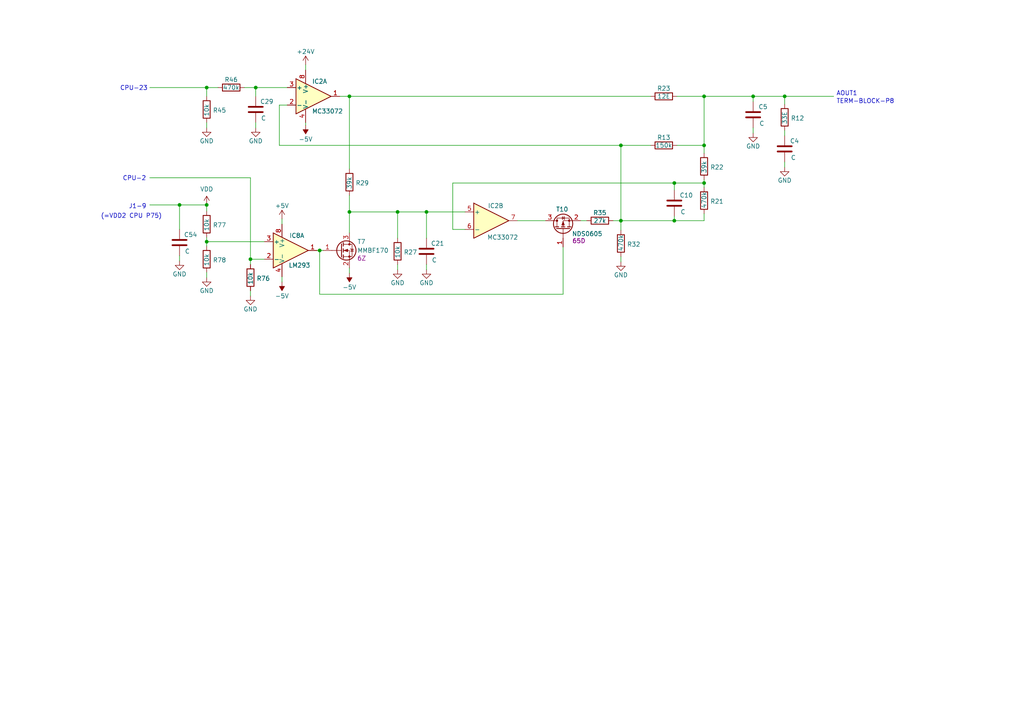
<source format=kicad_sch>
(kicad_sch (version 20211123) (generator eeschema)

  (uuid 2f6365b8-94e5-42be-be28-faffb63f5006)

  (paper "A4")

  (title_block
    (title "ODP2 CONTROL")
    (date "2024-12-01")
    (rev "ISSUE 9")
    (company "Reverse engineered, design copyright Invertek Drives.com")
    (comment 1 "Analog outputs AOUT1 / AOUT2.")
  )

  (lib_symbols
    (symbol "Amplifier_Operational:MC33078" (pin_names (offset 0.127)) (in_bom yes) (on_board yes)
      (property "Reference" "U" (id 0) (at 0 5.08 0)
        (effects (font (size 1.27 1.27)) (justify left))
      )
      (property "Value" "MC33078" (id 1) (at 0 -5.08 0)
        (effects (font (size 1.27 1.27)) (justify left))
      )
      (property "Footprint" "" (id 2) (at 0 0 0)
        (effects (font (size 1.27 1.27)) hide)
      )
      (property "Datasheet" "https://www.onsemi.com/pub/Collateral/MC33078-D.PDF" (id 3) (at 0 0 0)
        (effects (font (size 1.27 1.27)) hide)
      )
      (property "ki_locked" "" (id 4) (at 0 0 0)
        (effects (font (size 1.27 1.27)))
      )
      (property "ki_keywords" "dual opamp" (id 5) (at 0 0 0)
        (effects (font (size 1.27 1.27)) hide)
      )
      (property "ki_description" "Low Noise, Dual Operational Amplifiers, DIP-8/SOIC-8/SSOP-8" (id 6) (at 0 0 0)
        (effects (font (size 1.27 1.27)) hide)
      )
      (property "ki_fp_filters" "SOIC*3.9x4.9mm*P1.27mm* DIP*W7.62mm* TO*99* OnSemi*Micro8* TSSOP*3x3mm*P0.65mm* TSSOP*4.4x3mm*P0.65mm* MSOP*3x3mm*P0.65mm* SSOP*3.9x4.9mm*P0.635mm* LFCSP*2x2mm*P0.5mm* *SIP* SOIC*5.3x6.2mm*P1.27mm*" (id 7) (at 0 0 0)
        (effects (font (size 1.27 1.27)) hide)
      )
      (symbol "MC33078_1_1"
        (polyline
          (pts
            (xy -5.08 5.08)
            (xy 5.08 0)
            (xy -5.08 -5.08)
            (xy -5.08 5.08)
          )
          (stroke (width 0.254) (type default) (color 0 0 0 0))
          (fill (type background))
        )
        (pin output line (at 7.62 0 180) (length 2.54)
          (name "~" (effects (font (size 1.27 1.27))))
          (number "1" (effects (font (size 1.27 1.27))))
        )
        (pin input line (at -7.62 -2.54 0) (length 2.54)
          (name "-" (effects (font (size 1.27 1.27))))
          (number "2" (effects (font (size 1.27 1.27))))
        )
        (pin input line (at -7.62 2.54 0) (length 2.54)
          (name "+" (effects (font (size 1.27 1.27))))
          (number "3" (effects (font (size 1.27 1.27))))
        )
      )
      (symbol "MC33078_2_1"
        (polyline
          (pts
            (xy -5.08 5.08)
            (xy 5.08 0)
            (xy -5.08 -5.08)
            (xy -5.08 5.08)
          )
          (stroke (width 0.254) (type default) (color 0 0 0 0))
          (fill (type background))
        )
        (pin input line (at -7.62 2.54 0) (length 2.54)
          (name "+" (effects (font (size 1.27 1.27))))
          (number "5" (effects (font (size 1.27 1.27))))
        )
        (pin input line (at -7.62 -2.54 0) (length 2.54)
          (name "-" (effects (font (size 1.27 1.27))))
          (number "6" (effects (font (size 1.27 1.27))))
        )
        (pin output line (at 7.62 0 180) (length 2.54)
          (name "~" (effects (font (size 1.27 1.27))))
          (number "7" (effects (font (size 1.27 1.27))))
        )
      )
      (symbol "MC33078_3_1"
        (pin power_in line (at -2.54 -7.62 90) (length 3.81)
          (name "V-" (effects (font (size 1.27 1.27))))
          (number "4" (effects (font (size 1.27 1.27))))
        )
        (pin power_in line (at -2.54 7.62 270) (length 3.81)
          (name "V+" (effects (font (size 1.27 1.27))))
          (number "8" (effects (font (size 1.27 1.27))))
        )
      )
    )
    (symbol "Device:C" (pin_numbers hide) (pin_names (offset 0.254)) (in_bom yes) (on_board yes)
      (property "Reference" "C" (id 0) (at 0.635 2.54 0)
        (effects (font (size 1.27 1.27)) (justify left))
      )
      (property "Value" "C" (id 1) (at 0.635 -2.54 0)
        (effects (font (size 1.27 1.27)) (justify left))
      )
      (property "Footprint" "" (id 2) (at 0.9652 -3.81 0)
        (effects (font (size 1.27 1.27)) hide)
      )
      (property "Datasheet" "~" (id 3) (at 0 0 0)
        (effects (font (size 1.27 1.27)) hide)
      )
      (property "ki_keywords" "cap capacitor" (id 4) (at 0 0 0)
        (effects (font (size 1.27 1.27)) hide)
      )
      (property "ki_description" "Unpolarized capacitor" (id 5) (at 0 0 0)
        (effects (font (size 1.27 1.27)) hide)
      )
      (property "ki_fp_filters" "C_*" (id 6) (at 0 0 0)
        (effects (font (size 1.27 1.27)) hide)
      )
      (symbol "C_0_1"
        (polyline
          (pts
            (xy -2.032 -0.762)
            (xy 2.032 -0.762)
          )
          (stroke (width 0.508) (type default) (color 0 0 0 0))
          (fill (type none))
        )
        (polyline
          (pts
            (xy -2.032 0.762)
            (xy 2.032 0.762)
          )
          (stroke (width 0.508) (type default) (color 0 0 0 0))
          (fill (type none))
        )
      )
      (symbol "C_1_1"
        (pin passive line (at 0 3.81 270) (length 2.794)
          (name "~" (effects (font (size 1.27 1.27))))
          (number "1" (effects (font (size 1.27 1.27))))
        )
        (pin passive line (at 0 -3.81 90) (length 2.794)
          (name "~" (effects (font (size 1.27 1.27))))
          (number "2" (effects (font (size 1.27 1.27))))
        )
      )
    )
    (symbol "Device:Q_PMOS_GSD" (pin_names (offset 0) hide) (in_bom yes) (on_board yes)
      (property "Reference" "Q" (id 0) (at 5.08 1.27 0)
        (effects (font (size 1.27 1.27)) (justify left))
      )
      (property "Value" "Q_PMOS_GSD" (id 1) (at 5.08 -1.27 0)
        (effects (font (size 1.27 1.27)) (justify left))
      )
      (property "Footprint" "" (id 2) (at 5.08 2.54 0)
        (effects (font (size 1.27 1.27)) hide)
      )
      (property "Datasheet" "~" (id 3) (at 0 0 0)
        (effects (font (size 1.27 1.27)) hide)
      )
      (property "ki_keywords" "transistor PMOS P-MOS P-MOSFET" (id 4) (at 0 0 0)
        (effects (font (size 1.27 1.27)) hide)
      )
      (property "ki_description" "P-MOSFET transistor, gate/source/drain" (id 5) (at 0 0 0)
        (effects (font (size 1.27 1.27)) hide)
      )
      (symbol "Q_PMOS_GSD_0_1"
        (polyline
          (pts
            (xy 0.254 0)
            (xy -2.54 0)
          )
          (stroke (width 0) (type default) (color 0 0 0 0))
          (fill (type none))
        )
        (polyline
          (pts
            (xy 0.254 1.905)
            (xy 0.254 -1.905)
          )
          (stroke (width 0.254) (type default) (color 0 0 0 0))
          (fill (type none))
        )
        (polyline
          (pts
            (xy 0.762 -1.27)
            (xy 0.762 -2.286)
          )
          (stroke (width 0.254) (type default) (color 0 0 0 0))
          (fill (type none))
        )
        (polyline
          (pts
            (xy 0.762 0.508)
            (xy 0.762 -0.508)
          )
          (stroke (width 0.254) (type default) (color 0 0 0 0))
          (fill (type none))
        )
        (polyline
          (pts
            (xy 0.762 2.286)
            (xy 0.762 1.27)
          )
          (stroke (width 0.254) (type default) (color 0 0 0 0))
          (fill (type none))
        )
        (polyline
          (pts
            (xy 2.54 2.54)
            (xy 2.54 1.778)
          )
          (stroke (width 0) (type default) (color 0 0 0 0))
          (fill (type none))
        )
        (polyline
          (pts
            (xy 2.54 -2.54)
            (xy 2.54 0)
            (xy 0.762 0)
          )
          (stroke (width 0) (type default) (color 0 0 0 0))
          (fill (type none))
        )
        (polyline
          (pts
            (xy 0.762 1.778)
            (xy 3.302 1.778)
            (xy 3.302 -1.778)
            (xy 0.762 -1.778)
          )
          (stroke (width 0) (type default) (color 0 0 0 0))
          (fill (type none))
        )
        (polyline
          (pts
            (xy 2.286 0)
            (xy 1.27 0.381)
            (xy 1.27 -0.381)
            (xy 2.286 0)
          )
          (stroke (width 0) (type default) (color 0 0 0 0))
          (fill (type outline))
        )
        (polyline
          (pts
            (xy 2.794 -0.508)
            (xy 2.921 -0.381)
            (xy 3.683 -0.381)
            (xy 3.81 -0.254)
          )
          (stroke (width 0) (type default) (color 0 0 0 0))
          (fill (type none))
        )
        (polyline
          (pts
            (xy 3.302 -0.381)
            (xy 2.921 0.254)
            (xy 3.683 0.254)
            (xy 3.302 -0.381)
          )
          (stroke (width 0) (type default) (color 0 0 0 0))
          (fill (type none))
        )
        (circle (center 1.651 0) (radius 2.794)
          (stroke (width 0.254) (type default) (color 0 0 0 0))
          (fill (type none))
        )
        (circle (center 2.54 -1.778) (radius 0.254)
          (stroke (width 0) (type default) (color 0 0 0 0))
          (fill (type outline))
        )
        (circle (center 2.54 1.778) (radius 0.254)
          (stroke (width 0) (type default) (color 0 0 0 0))
          (fill (type outline))
        )
      )
      (symbol "Q_PMOS_GSD_1_1"
        (pin input line (at -5.08 0 0) (length 2.54)
          (name "G" (effects (font (size 1.27 1.27))))
          (number "1" (effects (font (size 1.27 1.27))))
        )
        (pin passive line (at 2.54 -5.08 90) (length 2.54)
          (name "S" (effects (font (size 1.27 1.27))))
          (number "2" (effects (font (size 1.27 1.27))))
        )
        (pin passive line (at 2.54 5.08 270) (length 2.54)
          (name "D" (effects (font (size 1.27 1.27))))
          (number "3" (effects (font (size 1.27 1.27))))
        )
      )
    )
    (symbol "Device:R" (pin_numbers hide) (pin_names (offset 0)) (in_bom yes) (on_board yes)
      (property "Reference" "R" (id 0) (at 2.032 0 90)
        (effects (font (size 1.27 1.27)))
      )
      (property "Value" "R" (id 1) (at 0 0 90)
        (effects (font (size 1.27 1.27)))
      )
      (property "Footprint" "" (id 2) (at -1.778 0 90)
        (effects (font (size 1.27 1.27)) hide)
      )
      (property "Datasheet" "~" (id 3) (at 0 0 0)
        (effects (font (size 1.27 1.27)) hide)
      )
      (property "ki_keywords" "R res resistor" (id 4) (at 0 0 0)
        (effects (font (size 1.27 1.27)) hide)
      )
      (property "ki_description" "Resistor" (id 5) (at 0 0 0)
        (effects (font (size 1.27 1.27)) hide)
      )
      (property "ki_fp_filters" "R_*" (id 6) (at 0 0 0)
        (effects (font (size 1.27 1.27)) hide)
      )
      (symbol "R_0_1"
        (rectangle (start -1.016 -2.54) (end 1.016 2.54)
          (stroke (width 0.254) (type default) (color 0 0 0 0))
          (fill (type none))
        )
      )
      (symbol "R_1_1"
        (pin passive line (at 0 3.81 270) (length 1.27)
          (name "~" (effects (font (size 1.27 1.27))))
          (number "1" (effects (font (size 1.27 1.27))))
        )
        (pin passive line (at 0 -3.81 90) (length 1.27)
          (name "~" (effects (font (size 1.27 1.27))))
          (number "2" (effects (font (size 1.27 1.27))))
        )
      )
    )
    (symbol "Transistor_FET:MMBF170" (pin_names hide) (in_bom yes) (on_board yes)
      (property "Reference" "Q" (id 0) (at 5.08 1.905 0)
        (effects (font (size 1.27 1.27)) (justify left))
      )
      (property "Value" "MMBF170" (id 1) (at 5.08 0 0)
        (effects (font (size 1.27 1.27)) (justify left))
      )
      (property "Footprint" "Package_TO_SOT_SMD:SOT-23" (id 2) (at 5.08 -1.905 0)
        (effects (font (size 1.27 1.27) italic) (justify left) hide)
      )
      (property "Datasheet" "https://www.diodes.com/assets/Datasheets/ds30104.pdf" (id 3) (at 0 0 0)
        (effects (font (size 1.27 1.27)) (justify left) hide)
      )
      (property "ki_keywords" "N-Channel MOSFET" (id 4) (at 0 0 0)
        (effects (font (size 1.27 1.27)) hide)
      )
      (property "ki_description" "0.5A Id, 60V Vds, N-Channel MOSFET, SOT-23" (id 5) (at 0 0 0)
        (effects (font (size 1.27 1.27)) hide)
      )
      (property "ki_fp_filters" "SOT?23*" (id 6) (at 0 0 0)
        (effects (font (size 1.27 1.27)) hide)
      )
      (symbol "MMBF170_0_1"
        (polyline
          (pts
            (xy 0.254 0)
            (xy -2.54 0)
          )
          (stroke (width 0) (type default) (color 0 0 0 0))
          (fill (type none))
        )
        (polyline
          (pts
            (xy 0.254 1.905)
            (xy 0.254 -1.905)
          )
          (stroke (width 0.254) (type default) (color 0 0 0 0))
          (fill (type none))
        )
        (polyline
          (pts
            (xy 0.762 -1.27)
            (xy 0.762 -2.286)
          )
          (stroke (width 0.254) (type default) (color 0 0 0 0))
          (fill (type none))
        )
        (polyline
          (pts
            (xy 0.762 0.508)
            (xy 0.762 -0.508)
          )
          (stroke (width 0.254) (type default) (color 0 0 0 0))
          (fill (type none))
        )
        (polyline
          (pts
            (xy 0.762 2.286)
            (xy 0.762 1.27)
          )
          (stroke (width 0.254) (type default) (color 0 0 0 0))
          (fill (type none))
        )
        (polyline
          (pts
            (xy 2.54 2.54)
            (xy 2.54 1.778)
          )
          (stroke (width 0) (type default) (color 0 0 0 0))
          (fill (type none))
        )
        (polyline
          (pts
            (xy 2.54 -2.54)
            (xy 2.54 0)
            (xy 0.762 0)
          )
          (stroke (width 0) (type default) (color 0 0 0 0))
          (fill (type none))
        )
        (polyline
          (pts
            (xy 0.762 -1.778)
            (xy 3.302 -1.778)
            (xy 3.302 1.778)
            (xy 0.762 1.778)
          )
          (stroke (width 0) (type default) (color 0 0 0 0))
          (fill (type none))
        )
        (polyline
          (pts
            (xy 1.016 0)
            (xy 2.032 0.381)
            (xy 2.032 -0.381)
            (xy 1.016 0)
          )
          (stroke (width 0) (type default) (color 0 0 0 0))
          (fill (type outline))
        )
        (polyline
          (pts
            (xy 2.794 0.508)
            (xy 2.921 0.381)
            (xy 3.683 0.381)
            (xy 3.81 0.254)
          )
          (stroke (width 0) (type default) (color 0 0 0 0))
          (fill (type none))
        )
        (polyline
          (pts
            (xy 3.302 0.381)
            (xy 2.921 -0.254)
            (xy 3.683 -0.254)
            (xy 3.302 0.381)
          )
          (stroke (width 0) (type default) (color 0 0 0 0))
          (fill (type none))
        )
        (circle (center 1.651 0) (radius 2.794)
          (stroke (width 0.254) (type default) (color 0 0 0 0))
          (fill (type none))
        )
        (circle (center 2.54 -1.778) (radius 0.254)
          (stroke (width 0) (type default) (color 0 0 0 0))
          (fill (type outline))
        )
        (circle (center 2.54 1.778) (radius 0.254)
          (stroke (width 0) (type default) (color 0 0 0 0))
          (fill (type outline))
        )
      )
      (symbol "MMBF170_1_1"
        (pin input line (at -5.08 0 0) (length 2.54)
          (name "G" (effects (font (size 1.27 1.27))))
          (number "1" (effects (font (size 1.27 1.27))))
        )
        (pin passive line (at 2.54 -5.08 90) (length 2.54)
          (name "S" (effects (font (size 1.27 1.27))))
          (number "2" (effects (font (size 1.27 1.27))))
        )
        (pin passive line (at 2.54 5.08 270) (length 2.54)
          (name "D" (effects (font (size 1.27 1.27))))
          (number "3" (effects (font (size 1.27 1.27))))
        )
      )
    )
    (symbol "power:+24V" (power) (pin_names (offset 0)) (in_bom yes) (on_board yes)
      (property "Reference" "#PWR" (id 0) (at 0 -3.81 0)
        (effects (font (size 1.27 1.27)) hide)
      )
      (property "Value" "+24V" (id 1) (at 0 3.556 0)
        (effects (font (size 1.27 1.27)))
      )
      (property "Footprint" "" (id 2) (at 0 0 0)
        (effects (font (size 1.27 1.27)) hide)
      )
      (property "Datasheet" "" (id 3) (at 0 0 0)
        (effects (font (size 1.27 1.27)) hide)
      )
      (property "ki_keywords" "global power" (id 4) (at 0 0 0)
        (effects (font (size 1.27 1.27)) hide)
      )
      (property "ki_description" "Power symbol creates a global label with name \"+24V\"" (id 5) (at 0 0 0)
        (effects (font (size 1.27 1.27)) hide)
      )
      (symbol "+24V_0_1"
        (polyline
          (pts
            (xy -0.762 1.27)
            (xy 0 2.54)
          )
          (stroke (width 0) (type default) (color 0 0 0 0))
          (fill (type none))
        )
        (polyline
          (pts
            (xy 0 0)
            (xy 0 2.54)
          )
          (stroke (width 0) (type default) (color 0 0 0 0))
          (fill (type none))
        )
        (polyline
          (pts
            (xy 0 2.54)
            (xy 0.762 1.27)
          )
          (stroke (width 0) (type default) (color 0 0 0 0))
          (fill (type none))
        )
      )
      (symbol "+24V_1_1"
        (pin power_in line (at 0 0 90) (length 0) hide
          (name "+24V" (effects (font (size 1.27 1.27))))
          (number "1" (effects (font (size 1.27 1.27))))
        )
      )
    )
    (symbol "power:+5V" (power) (pin_names (offset 0)) (in_bom yes) (on_board yes)
      (property "Reference" "#PWR" (id 0) (at 0 -3.81 0)
        (effects (font (size 1.27 1.27)) hide)
      )
      (property "Value" "+5V" (id 1) (at 0 3.556 0)
        (effects (font (size 1.27 1.27)))
      )
      (property "Footprint" "" (id 2) (at 0 0 0)
        (effects (font (size 1.27 1.27)) hide)
      )
      (property "Datasheet" "" (id 3) (at 0 0 0)
        (effects (font (size 1.27 1.27)) hide)
      )
      (property "ki_keywords" "global power" (id 4) (at 0 0 0)
        (effects (font (size 1.27 1.27)) hide)
      )
      (property "ki_description" "Power symbol creates a global label with name \"+5V\"" (id 5) (at 0 0 0)
        (effects (font (size 1.27 1.27)) hide)
      )
      (symbol "+5V_0_1"
        (polyline
          (pts
            (xy -0.762 1.27)
            (xy 0 2.54)
          )
          (stroke (width 0) (type default) (color 0 0 0 0))
          (fill (type none))
        )
        (polyline
          (pts
            (xy 0 0)
            (xy 0 2.54)
          )
          (stroke (width 0) (type default) (color 0 0 0 0))
          (fill (type none))
        )
        (polyline
          (pts
            (xy 0 2.54)
            (xy 0.762 1.27)
          )
          (stroke (width 0) (type default) (color 0 0 0 0))
          (fill (type none))
        )
      )
      (symbol "+5V_1_1"
        (pin power_in line (at 0 0 90) (length 0) hide
          (name "+5V" (effects (font (size 1.27 1.27))))
          (number "1" (effects (font (size 1.27 1.27))))
        )
      )
    )
    (symbol "power:-5V" (power) (pin_names (offset 0)) (in_bom yes) (on_board yes)
      (property "Reference" "#PWR" (id 0) (at 0 2.54 0)
        (effects (font (size 1.27 1.27)) hide)
      )
      (property "Value" "-5V" (id 1) (at 0 3.81 0)
        (effects (font (size 1.27 1.27)))
      )
      (property "Footprint" "" (id 2) (at 0 0 0)
        (effects (font (size 1.27 1.27)) hide)
      )
      (property "Datasheet" "" (id 3) (at 0 0 0)
        (effects (font (size 1.27 1.27)) hide)
      )
      (property "ki_keywords" "global power" (id 4) (at 0 0 0)
        (effects (font (size 1.27 1.27)) hide)
      )
      (property "ki_description" "Power symbol creates a global label with name \"-5V\"" (id 5) (at 0 0 0)
        (effects (font (size 1.27 1.27)) hide)
      )
      (symbol "-5V_0_0"
        (pin power_in line (at 0 0 90) (length 0) hide
          (name "-5V" (effects (font (size 1.27 1.27))))
          (number "1" (effects (font (size 1.27 1.27))))
        )
      )
      (symbol "-5V_0_1"
        (polyline
          (pts
            (xy 0 0)
            (xy 0 1.27)
            (xy 0.762 1.27)
            (xy 0 2.54)
            (xy -0.762 1.27)
            (xy 0 1.27)
          )
          (stroke (width 0) (type default) (color 0 0 0 0))
          (fill (type outline))
        )
      )
    )
    (symbol "power:GND" (power) (pin_names (offset 0)) (in_bom yes) (on_board yes)
      (property "Reference" "#PWR" (id 0) (at 0 -6.35 0)
        (effects (font (size 1.27 1.27)) hide)
      )
      (property "Value" "GND" (id 1) (at 0 -3.81 0)
        (effects (font (size 1.27 1.27)))
      )
      (property "Footprint" "" (id 2) (at 0 0 0)
        (effects (font (size 1.27 1.27)) hide)
      )
      (property "Datasheet" "" (id 3) (at 0 0 0)
        (effects (font (size 1.27 1.27)) hide)
      )
      (property "ki_keywords" "global power" (id 4) (at 0 0 0)
        (effects (font (size 1.27 1.27)) hide)
      )
      (property "ki_description" "Power symbol creates a global label with name \"GND\" , ground" (id 5) (at 0 0 0)
        (effects (font (size 1.27 1.27)) hide)
      )
      (symbol "GND_0_1"
        (polyline
          (pts
            (xy 0 0)
            (xy 0 -1.27)
            (xy 1.27 -1.27)
            (xy 0 -2.54)
            (xy -1.27 -1.27)
            (xy 0 -1.27)
          )
          (stroke (width 0) (type default) (color 0 0 0 0))
          (fill (type none))
        )
      )
      (symbol "GND_1_1"
        (pin power_in line (at 0 0 270) (length 0) hide
          (name "GND" (effects (font (size 1.27 1.27))))
          (number "1" (effects (font (size 1.27 1.27))))
        )
      )
    )
    (symbol "power:VDD" (power) (pin_names (offset 0)) (in_bom yes) (on_board yes)
      (property "Reference" "#PWR" (id 0) (at 0 -3.81 0)
        (effects (font (size 1.27 1.27)) hide)
      )
      (property "Value" "VDD" (id 1) (at 0 3.81 0)
        (effects (font (size 1.27 1.27)))
      )
      (property "Footprint" "" (id 2) (at 0 0 0)
        (effects (font (size 1.27 1.27)) hide)
      )
      (property "Datasheet" "" (id 3) (at 0 0 0)
        (effects (font (size 1.27 1.27)) hide)
      )
      (property "ki_keywords" "global power" (id 4) (at 0 0 0)
        (effects (font (size 1.27 1.27)) hide)
      )
      (property "ki_description" "Power symbol creates a global label with name \"VDD\"" (id 5) (at 0 0 0)
        (effects (font (size 1.27 1.27)) hide)
      )
      (symbol "VDD_0_1"
        (polyline
          (pts
            (xy -0.762 1.27)
            (xy 0 2.54)
          )
          (stroke (width 0) (type default) (color 0 0 0 0))
          (fill (type none))
        )
        (polyline
          (pts
            (xy 0 0)
            (xy 0 2.54)
          )
          (stroke (width 0) (type default) (color 0 0 0 0))
          (fill (type none))
        )
        (polyline
          (pts
            (xy 0 2.54)
            (xy 0.762 1.27)
          )
          (stroke (width 0) (type default) (color 0 0 0 0))
          (fill (type none))
        )
      )
      (symbol "VDD_1_1"
        (pin power_in line (at 0 0 90) (length 0) hide
          (name "VDD" (effects (font (size 1.27 1.27))))
          (number "1" (effects (font (size 1.27 1.27))))
        )
      )
    )
  )

  (junction (at 115.316 61.468) (diameter 0) (color 0 0 0 0)
    (uuid 26e008da-12f9-4847-98b6-5027c33de54a)
  )
  (junction (at 52.07 59.436) (diameter 0) (color 0 0 0 0)
    (uuid 282f4fbc-3ba2-4cee-946d-e48e35fae134)
  )
  (junction (at 204.216 42.164) (diameter 0) (color 0 0 0 0)
    (uuid 3bdea7de-1e20-4fc6-828f-96d4b2999569)
  )
  (junction (at 59.944 25.4) (diameter 0) (color 0 0 0 0)
    (uuid 3c1f4ba6-3945-4712-834e-bd712dfce483)
  )
  (junction (at 180.086 42.164) (diameter 0) (color 0 0 0 0)
    (uuid 4192e686-3f7a-4781-983a-5035f988da03)
  )
  (junction (at 72.644 75.184) (diameter 0) (color 0 0 0 0)
    (uuid 44f1531a-f5b7-4ca2-a0e6-128aae1fc147)
  )
  (junction (at 59.944 59.436) (diameter 0) (color 0 0 0 0)
    (uuid 4df6bd2f-8516-4fd9-b62e-d2efa9292d5d)
  )
  (junction (at 92.71 72.644) (diameter 0) (color 0 0 0 0)
    (uuid 7e139326-d0c9-47ec-addc-d731dd6767a8)
  )
  (junction (at 180.086 64.008) (diameter 0) (color 0 0 0 0)
    (uuid 8e9a3755-1cb1-4ff4-856f-41854bdc2154)
  )
  (junction (at 74.168 25.4) (diameter 0) (color 0 0 0 0)
    (uuid 9ef57335-660f-4552-9ca2-0298bd1b198c)
  )
  (junction (at 195.58 53.086) (diameter 0) (color 0 0 0 0)
    (uuid 9fb6135f-bb40-4e7f-a133-9c8b7a231972)
  )
  (junction (at 59.944 70.104) (diameter 0) (color 0 0 0 0)
    (uuid a3b801cc-4483-409f-86fa-02ea35c9099b)
  )
  (junction (at 101.346 61.468) (diameter 0) (color 0 0 0 0)
    (uuid aa207439-c739-4c8e-b3ac-a964a1e21bae)
  )
  (junction (at 195.58 64.008) (diameter 0) (color 0 0 0 0)
    (uuid ae773bc6-59b1-4755-bae6-821dfad44693)
  )
  (junction (at 218.44 27.94) (diameter 0) (color 0 0 0 0)
    (uuid be04b284-92bc-4637-9b7c-f106ab4e137f)
  )
  (junction (at 123.698 61.468) (diameter 0) (color 0 0 0 0)
    (uuid c48886f7-4d6e-4399-a046-ec2610e9222d)
  )
  (junction (at 101.346 27.94) (diameter 0) (color 0 0 0 0)
    (uuid c99dec80-dafa-4cb4-ae1a-e7679976fff1)
  )
  (junction (at 227.584 27.94) (diameter 0) (color 0 0 0 0)
    (uuid d03dd861-b863-493b-a2a4-0f851d15710b)
  )
  (junction (at 204.216 53.086) (diameter 0) (color 0 0 0 0)
    (uuid d5f44fa1-3164-409d-8cfe-bd0b950a8774)
  )
  (junction (at 204.216 27.94) (diameter 0) (color 0 0 0 0)
    (uuid fe71c302-b41a-464b-b0e1-2e131a6f6b66)
  )

  (wire (pts (xy 134.874 66.548) (xy 131.318 66.548))
    (stroke (width 0) (type default) (color 0 0 0 0))
    (uuid 0021888c-2a48-49a7-97ea-089019fcc5d4)
  )
  (wire (pts (xy 101.346 61.468) (xy 101.346 67.564))
    (stroke (width 0) (type default) (color 0 0 0 0))
    (uuid 02d6abb2-0579-47b9-8704-ad6142482d1c)
  )
  (wire (pts (xy 204.216 42.164) (xy 204.216 44.45))
    (stroke (width 0) (type default) (color 0 0 0 0))
    (uuid 08475773-8dac-49c9-b98c-c40f4d06b259)
  )
  (wire (pts (xy 101.346 61.468) (xy 115.316 61.468))
    (stroke (width 0) (type default) (color 0 0 0 0))
    (uuid 0ad8befd-2ec3-4b6b-aec4-ae069103ee71)
  )
  (wire (pts (xy 101.346 56.642) (xy 101.346 61.468))
    (stroke (width 0) (type default) (color 0 0 0 0))
    (uuid 0ccd404e-cd63-4bbc-9eba-24138e7da450)
  )
  (wire (pts (xy 59.944 25.4) (xy 63.246 25.4))
    (stroke (width 0) (type default) (color 0 0 0 0))
    (uuid 1038a158-a78a-4bd6-8eef-34d5ab945d0a)
  )
  (wire (pts (xy 195.58 53.086) (xy 204.216 53.086))
    (stroke (width 0) (type default) (color 0 0 0 0))
    (uuid 131ead76-e477-441e-93a8-45cb09e5d656)
  )
  (wire (pts (xy 98.552 27.94) (xy 101.346 27.94))
    (stroke (width 0) (type default) (color 0 0 0 0))
    (uuid 159c643a-3635-4e84-bce6-2716da198eaa)
  )
  (wire (pts (xy 59.944 70.104) (xy 76.708 70.104))
    (stroke (width 0) (type default) (color 0 0 0 0))
    (uuid 15ee419c-5c73-437f-9cb2-37eec2b5c8f3)
  )
  (wire (pts (xy 59.944 59.436) (xy 52.07 59.436))
    (stroke (width 0) (type default) (color 0 0 0 0))
    (uuid 1eecb55f-b2c7-46a6-959f-42c2404faf59)
  )
  (wire (pts (xy 227.584 27.94) (xy 241.808 27.94))
    (stroke (width 0) (type default) (color 0 0 0 0))
    (uuid 2045b141-04da-4a4b-ab42-fd8f4dcf701e)
  )
  (wire (pts (xy 195.58 53.086) (xy 195.58 55.118))
    (stroke (width 0) (type default) (color 0 0 0 0))
    (uuid 21d8f81d-3e53-4b7b-b1c9-838804d8e8e6)
  )
  (wire (pts (xy 163.322 71.628) (xy 163.322 85.344))
    (stroke (width 0) (type default) (color 0 0 0 0))
    (uuid 21f1ca7f-ff19-4df8-b65c-8dd3fab6a932)
  )
  (wire (pts (xy 59.944 68.834) (xy 59.944 70.104))
    (stroke (width 0) (type default) (color 0 0 0 0))
    (uuid 24f35d77-9645-4a99-84bf-6d163c33f7cf)
  )
  (wire (pts (xy 43.434 25.4) (xy 59.944 25.4))
    (stroke (width 0) (type default) (color 0 0 0 0))
    (uuid 291a57c0-39ee-4a77-b3a2-d47acd064c20)
  )
  (wire (pts (xy 74.168 25.4) (xy 74.168 27.94))
    (stroke (width 0) (type default) (color 0 0 0 0))
    (uuid 2ad6b270-6124-4fd4-a757-418d872fe518)
  )
  (wire (pts (xy 72.644 84.328) (xy 72.644 85.852))
    (stroke (width 0) (type default) (color 0 0 0 0))
    (uuid 2c9d0483-01b3-44e6-b652-d682325c08cf)
  )
  (wire (pts (xy 81.026 42.164) (xy 180.086 42.164))
    (stroke (width 0) (type default) (color 0 0 0 0))
    (uuid 2e538cb4-198f-4a85-bf0b-c6871ae0da89)
  )
  (wire (pts (xy 92.71 72.644) (xy 93.726 72.644))
    (stroke (width 0) (type default) (color 0 0 0 0))
    (uuid 2e59f47f-c261-4b78-a145-8f198471d147)
  )
  (wire (pts (xy 123.698 61.468) (xy 134.874 61.468))
    (stroke (width 0) (type default) (color 0 0 0 0))
    (uuid 3116372b-be11-47eb-b80f-e21cbe7f9e1f)
  )
  (wire (pts (xy 43.434 59.436) (xy 52.07 59.436))
    (stroke (width 0) (type default) (color 0 0 0 0))
    (uuid 314cbcb3-731e-4c75-9627-c77ea4d91b84)
  )
  (wire (pts (xy 180.086 42.164) (xy 188.722 42.164))
    (stroke (width 0) (type default) (color 0 0 0 0))
    (uuid 37e2567a-b63e-497f-9ff6-40369664cc1b)
  )
  (wire (pts (xy 91.948 72.644) (xy 92.71 72.644))
    (stroke (width 0) (type default) (color 0 0 0 0))
    (uuid 3f4328e7-ae51-448e-aab6-a9e965690b58)
  )
  (wire (pts (xy 92.71 72.644) (xy 92.71 85.344))
    (stroke (width 0) (type default) (color 0 0 0 0))
    (uuid 44d4c0d7-6959-4bca-ab09-61c842a299f1)
  )
  (wire (pts (xy 59.944 70.104) (xy 59.944 71.374))
    (stroke (width 0) (type default) (color 0 0 0 0))
    (uuid 4633a695-7d41-4148-b98c-f063e1962830)
  )
  (wire (pts (xy 70.866 25.4) (xy 74.168 25.4))
    (stroke (width 0) (type default) (color 0 0 0 0))
    (uuid 48a67340-af2f-4fa5-9344-bb1b52a21295)
  )
  (wire (pts (xy 195.58 53.086) (xy 131.318 53.086))
    (stroke (width 0) (type default) (color 0 0 0 0))
    (uuid 4c5758ca-dd74-454c-b564-f38345f579ac)
  )
  (wire (pts (xy 227.584 46.99) (xy 227.584 48.514))
    (stroke (width 0) (type default) (color 0 0 0 0))
    (uuid 4d982629-1b9e-4500-b1b5-d4108a4b95ad)
  )
  (wire (pts (xy 81.788 80.264) (xy 81.788 81.788))
    (stroke (width 0) (type default) (color 0 0 0 0))
    (uuid 537e2420-a52b-4226-bf9d-5aec4b454ead)
  )
  (wire (pts (xy 180.086 42.164) (xy 180.086 64.008))
    (stroke (width 0) (type default) (color 0 0 0 0))
    (uuid 5bf9b29a-82ff-4e1c-a6b6-97fac3c926dd)
  )
  (wire (pts (xy 204.216 27.94) (xy 218.44 27.94))
    (stroke (width 0) (type default) (color 0 0 0 0))
    (uuid 5caaea44-0aea-4098-96ed-3521db0b1e95)
  )
  (wire (pts (xy 88.646 18.796) (xy 88.646 20.32))
    (stroke (width 0) (type default) (color 0 0 0 0))
    (uuid 5d70c411-b743-4653-b366-818757e0b6a0)
  )
  (wire (pts (xy 180.086 64.008) (xy 180.086 66.802))
    (stroke (width 0) (type default) (color 0 0 0 0))
    (uuid 5f9f5afc-6d24-47d3-876e-1dd3d31a963d)
  )
  (wire (pts (xy 227.584 27.94) (xy 227.584 30.226))
    (stroke (width 0) (type default) (color 0 0 0 0))
    (uuid 5fcc2ee6-c654-4a4b-9bbe-659095c25e60)
  )
  (wire (pts (xy 123.698 61.468) (xy 123.698 69.088))
    (stroke (width 0) (type default) (color 0 0 0 0))
    (uuid 605e69b4-eed2-46b4-8017-e263a15af431)
  )
  (wire (pts (xy 88.646 35.56) (xy 88.646 36.322))
    (stroke (width 0) (type default) (color 0 0 0 0))
    (uuid 64a22acd-4e39-49cb-8985-4f40293e62e4)
  )
  (wire (pts (xy 204.216 27.94) (xy 204.216 42.164))
    (stroke (width 0) (type default) (color 0 0 0 0))
    (uuid 6522770c-e1c4-482a-9ca2-06d586c5ac0d)
  )
  (wire (pts (xy 131.318 53.086) (xy 131.318 66.548))
    (stroke (width 0) (type default) (color 0 0 0 0))
    (uuid 659706a9-b944-4b28-8dbd-dc43efce69b4)
  )
  (wire (pts (xy 204.216 61.976) (xy 204.216 64.008))
    (stroke (width 0) (type default) (color 0 0 0 0))
    (uuid 660389a5-325a-422c-91cf-97e37c982f20)
  )
  (wire (pts (xy 81.788 63.5) (xy 81.788 65.024))
    (stroke (width 0) (type default) (color 0 0 0 0))
    (uuid 69757cfd-1dce-43bd-a55b-da5444c9db74)
  )
  (wire (pts (xy 218.44 27.94) (xy 227.584 27.94))
    (stroke (width 0) (type default) (color 0 0 0 0))
    (uuid 6bb2b328-5ec0-4ed5-8dbc-27cda93bb4e1)
  )
  (wire (pts (xy 43.434 51.562) (xy 72.644 51.562))
    (stroke (width 0) (type default) (color 0 0 0 0))
    (uuid 7295c4e1-dc5a-4ca0-a5ed-221998d6a8d4)
  )
  (wire (pts (xy 218.44 37.084) (xy 218.44 38.608))
    (stroke (width 0) (type default) (color 0 0 0 0))
    (uuid 731d1b55-b50e-4a03-961e-bee1d9e37e6a)
  )
  (wire (pts (xy 177.8 64.008) (xy 180.086 64.008))
    (stroke (width 0) (type default) (color 0 0 0 0))
    (uuid 753ea19a-c0ae-41cd-b8c6-9011338bfb5f)
  )
  (wire (pts (xy 101.346 27.94) (xy 101.346 49.022))
    (stroke (width 0) (type default) (color 0 0 0 0))
    (uuid 77f60423-f60f-4060-966a-1434db12cc6a)
  )
  (wire (pts (xy 59.944 78.994) (xy 59.944 80.518))
    (stroke (width 0) (type default) (color 0 0 0 0))
    (uuid 7c83e737-b01f-49a7-b2f6-8d00b4851cc0)
  )
  (wire (pts (xy 76.708 75.184) (xy 72.644 75.184))
    (stroke (width 0) (type default) (color 0 0 0 0))
    (uuid 7cc92958-9f70-4378-a206-4d184117f7d2)
  )
  (wire (pts (xy 52.07 59.436) (xy 52.07 66.548))
    (stroke (width 0) (type default) (color 0 0 0 0))
    (uuid 8155b84c-7273-46c4-b68e-1ffe854ed80e)
  )
  (wire (pts (xy 195.58 64.008) (xy 204.216 64.008))
    (stroke (width 0) (type default) (color 0 0 0 0))
    (uuid 8414a0b2-5723-4c43-a136-c8fd8817e954)
  )
  (wire (pts (xy 101.346 27.94) (xy 188.722 27.94))
    (stroke (width 0) (type default) (color 0 0 0 0))
    (uuid 8588c9e6-fefe-44a4-b39c-d494936cc524)
  )
  (wire (pts (xy 123.698 76.708) (xy 123.698 78.232))
    (stroke (width 0) (type default) (color 0 0 0 0))
    (uuid 8fd2b7f4-8292-4cb7-b51e-8c9fc6291836)
  )
  (wire (pts (xy 83.312 30.48) (xy 81.026 30.48))
    (stroke (width 0) (type default) (color 0 0 0 0))
    (uuid 917121d4-b1ff-41f3-931f-2164008cce32)
  )
  (wire (pts (xy 195.58 62.738) (xy 195.58 64.008))
    (stroke (width 0) (type default) (color 0 0 0 0))
    (uuid 92bca912-e8e0-4cd3-94de-0bef405517d9)
  )
  (wire (pts (xy 72.644 75.184) (xy 72.644 76.708))
    (stroke (width 0) (type default) (color 0 0 0 0))
    (uuid 937e92b7-7c37-46ab-810e-7276fcbac54d)
  )
  (wire (pts (xy 180.086 64.008) (xy 195.58 64.008))
    (stroke (width 0) (type default) (color 0 0 0 0))
    (uuid 9f8cf346-f913-4a2e-b66e-259cd404bed5)
  )
  (wire (pts (xy 196.342 42.164) (xy 204.216 42.164))
    (stroke (width 0) (type default) (color 0 0 0 0))
    (uuid a0cebb29-40ab-4370-908c-2c17e3b00f84)
  )
  (wire (pts (xy 52.07 74.168) (xy 52.07 75.692))
    (stroke (width 0) (type default) (color 0 0 0 0))
    (uuid a4f9ef5c-13c6-46a1-ba89-9930672e3f97)
  )
  (wire (pts (xy 115.316 76.708) (xy 115.316 78.232))
    (stroke (width 0) (type default) (color 0 0 0 0))
    (uuid a9b99951-8aed-4cc4-83b4-9a40f73c4964)
  )
  (wire (pts (xy 115.316 61.468) (xy 115.316 69.088))
    (stroke (width 0) (type default) (color 0 0 0 0))
    (uuid bfae3f36-88cf-43f6-ba74-ec391047a88e)
  )
  (wire (pts (xy 150.114 64.008) (xy 158.242 64.008))
    (stroke (width 0) (type default) (color 0 0 0 0))
    (uuid c37a6ca1-3c5f-4612-9e02-36b2bda33363)
  )
  (wire (pts (xy 59.944 35.56) (xy 59.944 37.084))
    (stroke (width 0) (type default) (color 0 0 0 0))
    (uuid cbadbf07-646d-4d6b-87eb-14d90608b2b0)
  )
  (wire (pts (xy 59.944 59.436) (xy 59.944 61.214))
    (stroke (width 0) (type default) (color 0 0 0 0))
    (uuid cc7c8dab-1261-4d51-9a35-de579b6176ff)
  )
  (wire (pts (xy 92.71 85.344) (xy 163.322 85.344))
    (stroke (width 0) (type default) (color 0 0 0 0))
    (uuid cd36623c-203e-4ead-9eaa-56e600860ca9)
  )
  (wire (pts (xy 180.086 74.422) (xy 180.086 75.946))
    (stroke (width 0) (type default) (color 0 0 0 0))
    (uuid dbb74add-5fa5-47dd-9be2-dae7cc586885)
  )
  (wire (pts (xy 168.402 64.008) (xy 170.18 64.008))
    (stroke (width 0) (type default) (color 0 0 0 0))
    (uuid dc8746df-9713-4fe5-9b3c-515f333a6317)
  )
  (wire (pts (xy 81.026 30.48) (xy 81.026 42.164))
    (stroke (width 0) (type default) (color 0 0 0 0))
    (uuid dde56ab2-7a2c-4026-a830-a03ddd5d9bb8)
  )
  (wire (pts (xy 115.316 61.468) (xy 123.698 61.468))
    (stroke (width 0) (type default) (color 0 0 0 0))
    (uuid e5654d15-ddfb-489e-ab4d-a8c5f51245b2)
  )
  (wire (pts (xy 204.216 52.07) (xy 204.216 53.086))
    (stroke (width 0) (type default) (color 0 0 0 0))
    (uuid e7f68bd9-fba9-4ee6-b6c5-9ab75cb7ff7a)
  )
  (wire (pts (xy 74.168 25.4) (xy 83.312 25.4))
    (stroke (width 0) (type default) (color 0 0 0 0))
    (uuid e9b916e9-84d0-4dfd-a70d-73147aa9ff7c)
  )
  (wire (pts (xy 101.346 77.724) (xy 101.346 79.248))
    (stroke (width 0) (type default) (color 0 0 0 0))
    (uuid eb6ea2be-b4cc-4a14-b123-03aa84fb7dbb)
  )
  (wire (pts (xy 218.44 27.94) (xy 218.44 29.464))
    (stroke (width 0) (type default) (color 0 0 0 0))
    (uuid f5ad18e9-9445-4976-9a34-e62308a9d4c2)
  )
  (wire (pts (xy 204.216 53.086) (xy 204.216 54.356))
    (stroke (width 0) (type default) (color 0 0 0 0))
    (uuid f6799670-0ffd-460e-9f5c-7f64a78f9d22)
  )
  (wire (pts (xy 227.584 37.846) (xy 227.584 39.37))
    (stroke (width 0) (type default) (color 0 0 0 0))
    (uuid f6f9930b-a9c9-4ffe-97cd-c1993891d33b)
  )
  (wire (pts (xy 196.342 27.94) (xy 204.216 27.94))
    (stroke (width 0) (type default) (color 0 0 0 0))
    (uuid f70e74dc-c6ad-453d-b98f-3338a91635f5)
  )
  (wire (pts (xy 72.644 51.562) (xy 72.644 75.184))
    (stroke (width 0) (type default) (color 0 0 0 0))
    (uuid fce36aac-89c8-455c-80cf-8e1ed281d782)
  )
  (wire (pts (xy 59.944 27.94) (xy 59.944 25.4))
    (stroke (width 0) (type default) (color 0 0 0 0))
    (uuid fd3bead9-ecbc-4bb0-aca6-56ac3d3da495)
  )
  (wire (pts (xy 74.168 35.56) (xy 74.168 37.084))
    (stroke (width 0) (type default) (color 0 0 0 0))
    (uuid ff1233ef-fabf-4fae-b97b-35b78af2b222)
  )

  (text "CPU-23" (at 34.798 26.416 0)
    (effects (font (size 1.27 1.27)) (justify left bottom))
    (uuid 038ef297-4bd8-4485-b877-e2809a840c34)
  )
  (text "CPU-2" (at 35.56 52.578 0)
    (effects (font (size 1.27 1.27)) (justify left bottom))
    (uuid 972fce03-0071-4751-8ee3-2e7b7b61a321)
  )
  (text "TERM-BLOCK-P8" (at 242.57 30.226 0)
    (effects (font (size 1.27 1.27)) (justify left bottom))
    (uuid 99a185c1-1585-433e-9e30-e357061b8339)
  )
  (text "AOUT1" (at 242.57 27.94 0)
    (effects (font (size 1.27 1.27)) (justify left bottom))
    (uuid 9a77fa62-dd57-4573-a149-178ea07a677f)
  )
  (text "(=VDD2 CPU P75)" (at 29.21 63.5 0)
    (effects (font (size 1.27 1.27)) (justify left bottom))
    (uuid b0152f6a-98ca-48bb-a92d-9f9119b038b7)
  )
  (text "J1-9" (at 37.338 60.706 0)
    (effects (font (size 1.27 1.27)) (justify left bottom))
    (uuid fef337d7-70df-4221-b317-459b3c28d003)
  )

  (symbol (lib_id "Transistor_FET:MMBF170") (at 98.806 72.644 0) (unit 1)
    (in_bom yes) (on_board yes)
    (uuid 00350add-d74d-406b-a255-64cb6fc90bb0)
    (property "Reference" "T7" (id 0) (at 103.632 70.104 0)
      (effects (font (size 1.27 1.27)) (justify left))
    )
    (property "Value" "MMBF170" (id 1) (at 103.632 72.644 0)
      (effects (font (size 1.27 1.27)) (justify left))
    )
    (property "Footprint" "Package_TO_SOT_SMD:SOT-23" (id 2) (at 103.886 74.549 0)
      (effects (font (size 1.27 1.27) italic) (justify left) hide)
    )
    (property "Datasheet" "https://www.diodes.com/assets/Datasheets/ds30104.pdf" (id 3) (at 98.806 72.644 0)
      (effects (font (size 1.27 1.27)) (justify left) hide)
    )
    (property "Marking" "6Z" (id 4) (at 104.902 74.93 0))
    (pin "1" (uuid 5955ff92-2ae8-46d7-abf6-ae4758b1e8a4))
    (pin "2" (uuid 907629f8-9369-4091-a67d-5056490b1d55))
    (pin "3" (uuid e24c02df-4447-4bdb-9515-bd219617bbe1))
  )

  (symbol (lib_id "Device:C") (at 52.07 70.358 0) (unit 1)
    (in_bom yes) (on_board yes)
    (uuid 02320a68-4bb1-455c-b64a-e77f3dba2109)
    (property "Reference" "C54" (id 0) (at 53.34 68.072 0)
      (effects (font (size 1.27 1.27)) (justify left))
    )
    (property "Value" "C" (id 1) (at 53.594 72.898 0)
      (effects (font (size 1.27 1.27)) (justify left))
    )
    (property "Footprint" "" (id 2) (at 53.0352 74.168 0)
      (effects (font (size 1.27 1.27)) hide)
    )
    (property "Datasheet" "~" (id 3) (at 52.07 70.358 0)
      (effects (font (size 1.27 1.27)) hide)
    )
    (pin "1" (uuid 757689da-7e0d-4862-a38d-88a1da808a5c))
    (pin "2" (uuid 822f7e98-bae7-4eac-852b-7762606d6511))
  )

  (symbol (lib_id "Device:R") (at 101.346 52.832 0) (unit 1)
    (in_bom yes) (on_board yes)
    (uuid 15bdfb7d-da7d-4d73-a0dd-a81e11ebde97)
    (property "Reference" "R29" (id 0) (at 103.124 53.086 0)
      (effects (font (size 1.27 1.27)) (justify left))
    )
    (property "Value" "39k" (id 1) (at 101.346 54.864 90)
      (effects (font (size 1.27 1.27)) (justify left))
    )
    (property "Footprint" "" (id 2) (at 99.568 52.832 90)
      (effects (font (size 1.27 1.27)) hide)
    )
    (property "Datasheet" "~" (id 3) (at 101.346 52.832 0)
      (effects (font (size 1.27 1.27)) hide)
    )
    (pin "1" (uuid af36a49d-0f1a-48f2-bdc0-c2835193842e))
    (pin "2" (uuid 1de96895-e4b2-4eee-b9f0-07b5aad6cc2b))
  )

  (symbol (lib_id "power:GND") (at 227.584 48.514 0) (unit 1)
    (in_bom yes) (on_board yes)
    (uuid 18757ca5-39c8-4d6a-a1d6-ed2c207aebb0)
    (property "Reference" "#PWR?" (id 0) (at 227.584 54.864 0)
      (effects (font (size 1.27 1.27)) hide)
    )
    (property "Value" "GND" (id 1) (at 227.584 52.324 0))
    (property "Footprint" "" (id 2) (at 227.584 48.514 0)
      (effects (font (size 1.27 1.27)) hide)
    )
    (property "Datasheet" "" (id 3) (at 227.584 48.514 0)
      (effects (font (size 1.27 1.27)) hide)
    )
    (pin "1" (uuid 6f6f4012-8e49-4543-bcb1-977d9770c6c3))
  )

  (symbol (lib_id "Device:R") (at 115.316 72.898 0) (unit 1)
    (in_bom yes) (on_board yes)
    (uuid 29458d19-d679-4fbd-baaa-5d20818a5fd2)
    (property "Reference" "R27" (id 0) (at 117.094 73.152 0)
      (effects (font (size 1.27 1.27)) (justify left))
    )
    (property "Value" "10k" (id 1) (at 115.316 74.93 90)
      (effects (font (size 1.27 1.27)) (justify left))
    )
    (property "Footprint" "" (id 2) (at 113.538 72.898 90)
      (effects (font (size 1.27 1.27)) hide)
    )
    (property "Datasheet" "~" (id 3) (at 115.316 72.898 0)
      (effects (font (size 1.27 1.27)) hide)
    )
    (pin "1" (uuid ec052a38-c281-4ddc-a792-efe3690dfa39))
    (pin "2" (uuid 37a73fac-f261-4620-8fbb-d0d70c4829b0))
  )

  (symbol (lib_id "Amplifier_Operational:MC33078") (at 84.328 72.644 0) (unit 3)
    (in_bom yes) (on_board yes) (fields_autoplaced)
    (uuid 2c4eb809-45e1-4c01-a3ca-f468db5bca92)
    (property "Reference" "IC" (id 0) (at 83.566 71.3739 0)
      (effects (font (size 1.27 1.27)) (justify left) hide)
    )
    (property "Value" "LM293" (id 1) (at 83.566 73.9139 0)
      (effects (font (size 1.27 1.27)) (justify left) hide)
    )
    (property "Footprint" "" (id 2) (at 84.328 72.644 0)
      (effects (font (size 1.27 1.27)) hide)
    )
    (property "Datasheet" "" (id 3) (at 84.328 72.644 0)
      (effects (font (size 1.27 1.27)) hide)
    )
    (pin "1" (uuid 019d77ef-ba8d-4e17-9fef-f93b1a7edcba))
    (pin "2" (uuid f0253d52-c924-4ec5-8c5a-b6784b5c08dd))
    (pin "3" (uuid 973766ae-827a-4376-a412-24fd140515cd))
    (pin "5" (uuid be730f2f-8c31-4daf-b279-530c40038975))
    (pin "6" (uuid 7afbc92d-3ece-45af-9568-b194375956a2))
    (pin "7" (uuid f3145d41-364d-4445-bdd3-4bdbdc35ee04))
    (pin "4" (uuid 653f8c70-f43b-4e6d-84ef-e6eee929bd8b))
    (pin "8" (uuid 5f35accf-cf92-4113-9206-c29d38a35b17))
  )

  (symbol (lib_id "Device:R") (at 227.584 34.036 0) (unit 1)
    (in_bom yes) (on_board yes)
    (uuid 31a3ab49-a5c8-4fab-92dd-31c561dc2778)
    (property "Reference" "R12" (id 0) (at 229.362 34.29 0)
      (effects (font (size 1.27 1.27)) (justify left))
    )
    (property "Value" "33E" (id 1) (at 227.584 36.068 90)
      (effects (font (size 1.27 1.27)) (justify left))
    )
    (property "Footprint" "" (id 2) (at 225.806 34.036 90)
      (effects (font (size 1.27 1.27)) hide)
    )
    (property "Datasheet" "~" (id 3) (at 227.584 34.036 0)
      (effects (font (size 1.27 1.27)) hide)
    )
    (pin "1" (uuid 0c3d89f6-0bb0-491d-a0b9-e0deaa55405e))
    (pin "2" (uuid 9986841c-3d06-46e4-99e3-61eb98685add))
  )

  (symbol (lib_id "power:GND") (at 59.944 37.084 0) (unit 1)
    (in_bom yes) (on_board yes)
    (uuid 31cf55d7-436d-4768-9a94-0c4d8a687615)
    (property "Reference" "#PWR?" (id 0) (at 59.944 43.434 0)
      (effects (font (size 1.27 1.27)) hide)
    )
    (property "Value" "GND" (id 1) (at 59.944 40.894 0))
    (property "Footprint" "" (id 2) (at 59.944 37.084 0)
      (effects (font (size 1.27 1.27)) hide)
    )
    (property "Datasheet" "" (id 3) (at 59.944 37.084 0)
      (effects (font (size 1.27 1.27)) hide)
    )
    (pin "1" (uuid 2025d835-04f6-4294-9791-51feab7d0a50))
  )

  (symbol (lib_id "power:GND") (at 52.07 75.692 0) (unit 1)
    (in_bom yes) (on_board yes)
    (uuid 35039516-ba6c-4b92-b304-9c1a83048583)
    (property "Reference" "#PWR?" (id 0) (at 52.07 82.042 0)
      (effects (font (size 1.27 1.27)) hide)
    )
    (property "Value" "GND" (id 1) (at 52.07 79.502 0))
    (property "Footprint" "" (id 2) (at 52.07 75.692 0)
      (effects (font (size 1.27 1.27)) hide)
    )
    (property "Datasheet" "" (id 3) (at 52.07 75.692 0)
      (effects (font (size 1.27 1.27)) hide)
    )
    (pin "1" (uuid 5c87f0f1-54b6-4995-94f1-58f573b52071))
  )

  (symbol (lib_id "Device:C") (at 218.44 33.274 0) (unit 1)
    (in_bom yes) (on_board yes)
    (uuid 35326bd1-b64a-4b79-b82e-9d51f876498c)
    (property "Reference" "C5" (id 0) (at 219.964 30.988 0)
      (effects (font (size 1.27 1.27)) (justify left))
    )
    (property "Value" "C" (id 1) (at 220.218 35.814 0)
      (effects (font (size 1.27 1.27)) (justify left))
    )
    (property "Footprint" "" (id 2) (at 219.4052 37.084 0)
      (effects (font (size 1.27 1.27)) hide)
    )
    (property "Datasheet" "~" (id 3) (at 218.44 33.274 0)
      (effects (font (size 1.27 1.27)) hide)
    )
    (pin "1" (uuid e2c0d537-12f8-48e0-aa61-2e7af53f62f3))
    (pin "2" (uuid 166b2a4d-66eb-4aee-90a8-99b2cfa9245c))
  )

  (symbol (lib_id "Device:C") (at 195.58 58.928 0) (unit 1)
    (in_bom yes) (on_board yes)
    (uuid 36e73dad-87cf-46ae-87e3-b0b18d2cf34b)
    (property "Reference" "C10" (id 0) (at 197.104 56.642 0)
      (effects (font (size 1.27 1.27)) (justify left))
    )
    (property "Value" "C" (id 1) (at 197.358 61.468 0)
      (effects (font (size 1.27 1.27)) (justify left))
    )
    (property "Footprint" "" (id 2) (at 196.5452 62.738 0)
      (effects (font (size 1.27 1.27)) hide)
    )
    (property "Datasheet" "~" (id 3) (at 195.58 58.928 0)
      (effects (font (size 1.27 1.27)) hide)
    )
    (pin "1" (uuid 1b6d3feb-9d1c-4541-9eaa-c3dec5f7a621))
    (pin "2" (uuid f6ce8892-1531-48ad-bb73-fe28a93d9f9c))
  )

  (symbol (lib_id "Device:R") (at 204.216 58.166 0) (unit 1)
    (in_bom yes) (on_board yes)
    (uuid 3788a38f-460f-4dd2-a422-ae8e99253c03)
    (property "Reference" "R21" (id 0) (at 205.994 58.42 0)
      (effects (font (size 1.27 1.27)) (justify left))
    )
    (property "Value" "470k" (id 1) (at 204.216 60.452 90)
      (effects (font (size 1.27 1.27)) (justify left))
    )
    (property "Footprint" "" (id 2) (at 202.438 58.166 90)
      (effects (font (size 1.27 1.27)) hide)
    )
    (property "Datasheet" "~" (id 3) (at 204.216 58.166 0)
      (effects (font (size 1.27 1.27)) hide)
    )
    (pin "1" (uuid 432fa8e8-6717-4969-a588-577d9da370a1))
    (pin "2" (uuid 372a9dab-6cb6-4f3e-a0c0-a3954d31566f))
  )

  (symbol (lib_id "power:VDD") (at 59.944 59.436 0) (unit 1)
    (in_bom yes) (on_board yes) (fields_autoplaced)
    (uuid 40cc53ac-0869-4441-8e76-32928c42410f)
    (property "Reference" "#PWR?" (id 0) (at 59.944 63.246 0)
      (effects (font (size 1.27 1.27)) hide)
    )
    (property "Value" "VDD" (id 1) (at 59.944 54.864 0))
    (property "Footprint" "" (id 2) (at 59.944 59.436 0)
      (effects (font (size 1.27 1.27)) hide)
    )
    (property "Datasheet" "" (id 3) (at 59.944 59.436 0)
      (effects (font (size 1.27 1.27)) hide)
    )
    (pin "1" (uuid 672ec3be-12aa-45f1-8d9f-5c17221d45b8))
  )

  (symbol (lib_id "power:GND") (at 74.168 37.084 0) (unit 1)
    (in_bom yes) (on_board yes)
    (uuid 4304fc43-7241-47b6-8e12-0becca8b63ce)
    (property "Reference" "#PWR?" (id 0) (at 74.168 43.434 0)
      (effects (font (size 1.27 1.27)) hide)
    )
    (property "Value" "GND" (id 1) (at 74.168 40.894 0))
    (property "Footprint" "" (id 2) (at 74.168 37.084 0)
      (effects (font (size 1.27 1.27)) hide)
    )
    (property "Datasheet" "" (id 3) (at 74.168 37.084 0)
      (effects (font (size 1.27 1.27)) hide)
    )
    (pin "1" (uuid 8f8016e5-fd8c-4cc2-8a50-6fd9e85290dc))
  )

  (symbol (lib_id "Device:R") (at 72.644 80.518 0) (unit 1)
    (in_bom yes) (on_board yes)
    (uuid 4ca2ba39-52e7-4305-8fdf-3370dd40b4e9)
    (property "Reference" "R76" (id 0) (at 74.422 80.772 0)
      (effects (font (size 1.27 1.27)) (justify left))
    )
    (property "Value" "10k" (id 1) (at 72.644 82.55 90)
      (effects (font (size 1.27 1.27)) (justify left))
    )
    (property "Footprint" "" (id 2) (at 70.866 80.518 90)
      (effects (font (size 1.27 1.27)) hide)
    )
    (property "Datasheet" "~" (id 3) (at 72.644 80.518 0)
      (effects (font (size 1.27 1.27)) hide)
    )
    (pin "1" (uuid ffec5e01-199a-4374-a638-fc68d4d8a1c4))
    (pin "2" (uuid 47dd8e21-f72c-43d2-8729-93d731660140))
  )

  (symbol (lib_id "Device:C") (at 227.584 43.18 0) (unit 1)
    (in_bom yes) (on_board yes)
    (uuid 4f626178-8016-457a-9347-5b758ebc52b7)
    (property "Reference" "C4" (id 0) (at 229.108 40.894 0)
      (effects (font (size 1.27 1.27)) (justify left))
    )
    (property "Value" "C" (id 1) (at 229.362 45.72 0)
      (effects (font (size 1.27 1.27)) (justify left))
    )
    (property "Footprint" "" (id 2) (at 228.5492 46.99 0)
      (effects (font (size 1.27 1.27)) hide)
    )
    (property "Datasheet" "~" (id 3) (at 227.584 43.18 0)
      (effects (font (size 1.27 1.27)) hide)
    )
    (pin "1" (uuid e59d3e1e-1820-4b70-b8a7-bd70526e2b86))
    (pin "2" (uuid a2f53238-3aec-424c-9008-51c362db4931))
  )

  (symbol (lib_id "Device:R") (at 59.944 75.184 0) (unit 1)
    (in_bom yes) (on_board yes)
    (uuid 60eb53ca-24b4-4d29-b780-1ef79f40c927)
    (property "Reference" "R78" (id 0) (at 61.722 75.438 0)
      (effects (font (size 1.27 1.27)) (justify left))
    )
    (property "Value" "10k" (id 1) (at 59.944 77.216 90)
      (effects (font (size 1.27 1.27)) (justify left))
    )
    (property "Footprint" "" (id 2) (at 58.166 75.184 90)
      (effects (font (size 1.27 1.27)) hide)
    )
    (property "Datasheet" "~" (id 3) (at 59.944 75.184 0)
      (effects (font (size 1.27 1.27)) hide)
    )
    (pin "1" (uuid 00326b92-b6c0-48a2-8374-d275c0952662))
    (pin "2" (uuid 5d5176b3-ee51-4034-aada-43599fd70ced))
  )

  (symbol (lib_id "Device:R") (at 204.216 48.26 0) (unit 1)
    (in_bom yes) (on_board yes)
    (uuid 6bcc0d52-4c6d-44b0-9069-6e1f22c5791a)
    (property "Reference" "R22" (id 0) (at 205.994 48.514 0)
      (effects (font (size 1.27 1.27)) (justify left))
    )
    (property "Value" "39k" (id 1) (at 204.216 50.292 90)
      (effects (font (size 1.27 1.27)) (justify left))
    )
    (property "Footprint" "" (id 2) (at 202.438 48.26 90)
      (effects (font (size 1.27 1.27)) hide)
    )
    (property "Datasheet" "~" (id 3) (at 204.216 48.26 0)
      (effects (font (size 1.27 1.27)) hide)
    )
    (pin "1" (uuid c3dc65ee-a11a-4954-9ec9-3f3277214905))
    (pin "2" (uuid c6cff9d3-7200-43d0-ae4c-6e4f0a7db70b))
  )

  (symbol (lib_id "Device:R") (at 59.944 31.75 0) (unit 1)
    (in_bom yes) (on_board yes)
    (uuid 6d3b4460-f173-449f-a684-38582176d156)
    (property "Reference" "R45" (id 0) (at 61.722 32.004 0)
      (effects (font (size 1.27 1.27)) (justify left))
    )
    (property "Value" "10k" (id 1) (at 59.944 33.782 90)
      (effects (font (size 1.27 1.27)) (justify left))
    )
    (property "Footprint" "" (id 2) (at 58.166 31.75 90)
      (effects (font (size 1.27 1.27)) hide)
    )
    (property "Datasheet" "~" (id 3) (at 59.944 31.75 0)
      (effects (font (size 1.27 1.27)) hide)
    )
    (pin "1" (uuid 7a2b8327-9b7f-4ffa-acd0-5b7cdac9da1c))
    (pin "2" (uuid 1ff06616-979a-40f0-b15d-e1ca781f51ab))
  )

  (symbol (lib_id "Device:Q_PMOS_GSD") (at 163.322 66.548 90) (unit 1)
    (in_bom yes) (on_board yes)
    (uuid 7163c1f4-810b-4f61-b3ab-477e2bf227b2)
    (property "Reference" "T10" (id 0) (at 164.846 60.706 90)
      (effects (font (size 1.27 1.27)) (justify left))
    )
    (property "Value" "NDS0605" (id 1) (at 174.752 67.818 90)
      (effects (font (size 1.27 1.27)) (justify left))
    )
    (property "Footprint" "" (id 2) (at 160.782 61.468 0)
      (effects (font (size 1.27 1.27)) hide)
    )
    (property "Datasheet" "~" (id 3) (at 163.322 66.548 0)
      (effects (font (size 1.27 1.27)) hide)
    )
    (property "Marking" "65D" (id 4) (at 167.894 69.85 90))
    (pin "1" (uuid bc83daf4-c50e-4be0-be32-d45cca8c43cd))
    (pin "2" (uuid b2c9bd26-f6a0-4f74-952f-fe16a9ec54b8))
    (pin "3" (uuid 301ac768-a722-4107-9bdc-e60710a77757))
  )

  (symbol (lib_id "power:+24V") (at 88.646 18.796 0) (unit 1)
    (in_bom yes) (on_board yes)
    (uuid 75239bb6-689c-44fe-a365-98208eb2ef41)
    (property "Reference" "#PWR?" (id 0) (at 88.646 22.606 0)
      (effects (font (size 1.27 1.27)) hide)
    )
    (property "Value" "+24V" (id 1) (at 88.646 14.986 0))
    (property "Footprint" "" (id 2) (at 88.646 18.796 0)
      (effects (font (size 1.27 1.27)) hide)
    )
    (property "Datasheet" "" (id 3) (at 88.646 18.796 0)
      (effects (font (size 1.27 1.27)) hide)
    )
    (pin "1" (uuid 508a4861-1d2f-4fa8-86be-0bd3958e63d0))
  )

  (symbol (lib_id "power:+5V") (at 81.788 63.5 0) (unit 1)
    (in_bom yes) (on_board yes)
    (uuid 76322ce2-b678-422d-9b99-a23e6872139d)
    (property "Reference" "#PWR?" (id 0) (at 81.788 67.31 0)
      (effects (font (size 1.27 1.27)) hide)
    )
    (property "Value" "+5V" (id 1) (at 81.788 59.69 0))
    (property "Footprint" "" (id 2) (at 81.788 63.5 0)
      (effects (font (size 1.27 1.27)) hide)
    )
    (property "Datasheet" "" (id 3) (at 81.788 63.5 0)
      (effects (font (size 1.27 1.27)) hide)
    )
    (pin "1" (uuid b810fe83-f0b1-4750-8373-504d3c86d41e))
  )

  (symbol (lib_id "power:-5V") (at 88.646 36.322 180) (unit 1)
    (in_bom yes) (on_board yes)
    (uuid 7fcc20cf-16ad-47db-9982-8778da3c24de)
    (property "Reference" "#PWR?" (id 0) (at 88.646 38.862 0)
      (effects (font (size 1.27 1.27)) hide)
    )
    (property "Value" "-5V" (id 1) (at 88.646 40.386 0))
    (property "Footprint" "" (id 2) (at 88.646 36.322 0)
      (effects (font (size 1.27 1.27)) hide)
    )
    (property "Datasheet" "" (id 3) (at 88.646 36.322 0)
      (effects (font (size 1.27 1.27)) hide)
    )
    (pin "1" (uuid 9dadc94a-7b15-4062-baa9-09cfab1d20a7))
  )

  (symbol (lib_id "Device:R") (at 173.99 64.008 90) (unit 1)
    (in_bom yes) (on_board yes)
    (uuid 931dae72-3f6d-460b-a277-acd8e4652dab)
    (property "Reference" "R35" (id 0) (at 173.99 61.722 90))
    (property "Value" "27k" (id 1) (at 173.99 64.008 90))
    (property "Footprint" "" (id 2) (at 173.99 65.786 90)
      (effects (font (size 1.27 1.27)) hide)
    )
    (property "Datasheet" "~" (id 3) (at 173.99 64.008 0)
      (effects (font (size 1.27 1.27)) hide)
    )
    (pin "1" (uuid 1bb82ac9-cda7-4988-b279-44a799369cb1))
    (pin "2" (uuid 2c2ac61c-3d00-4524-8e0d-1f9f693729e9))
  )

  (symbol (lib_id "power:GND") (at 115.316 78.232 0) (unit 1)
    (in_bom yes) (on_board yes)
    (uuid 980de5a3-0d6b-49c8-a8a8-9a52a486781e)
    (property "Reference" "#PWR?" (id 0) (at 115.316 84.582 0)
      (effects (font (size 1.27 1.27)) hide)
    )
    (property "Value" "GND" (id 1) (at 115.316 82.042 0))
    (property "Footprint" "" (id 2) (at 115.316 78.232 0)
      (effects (font (size 1.27 1.27)) hide)
    )
    (property "Datasheet" "" (id 3) (at 115.316 78.232 0)
      (effects (font (size 1.27 1.27)) hide)
    )
    (pin "1" (uuid 5c8099b2-de73-46af-83a6-252196b63bef))
  )

  (symbol (lib_id "Device:C") (at 123.698 72.898 0) (unit 1)
    (in_bom yes) (on_board yes)
    (uuid 9cad5e9c-b978-4786-a776-ad5077d8b7b5)
    (property "Reference" "C21" (id 0) (at 124.968 70.612 0)
      (effects (font (size 1.27 1.27)) (justify left))
    )
    (property "Value" "C" (id 1) (at 125.222 75.438 0)
      (effects (font (size 1.27 1.27)) (justify left))
    )
    (property "Footprint" "" (id 2) (at 124.6632 76.708 0)
      (effects (font (size 1.27 1.27)) hide)
    )
    (property "Datasheet" "~" (id 3) (at 123.698 72.898 0)
      (effects (font (size 1.27 1.27)) hide)
    )
    (pin "1" (uuid aec5182c-84df-4978-875f-a2d2ca4c9bb5))
    (pin "2" (uuid 0d23b714-2bdb-41af-aac4-eb524d3c85c9))
  )

  (symbol (lib_id "Amplifier_Operational:MC33078") (at 90.932 27.94 0) (unit 1)
    (in_bom yes) (on_board yes)
    (uuid a44b714a-a943-427e-8430-a7ee5bf2e4a5)
    (property "Reference" "IC2" (id 0) (at 92.71 23.622 0))
    (property "Value" "MC33072" (id 1) (at 94.996 32.258 0))
    (property "Footprint" "" (id 2) (at 90.932 27.94 0)
      (effects (font (size 1.27 1.27)) hide)
    )
    (property "Datasheet" "" (id 3) (at 90.932 27.94 0)
      (effects (font (size 1.27 1.27)) hide)
    )
    (pin "1" (uuid d56fd66c-1d83-4381-9ef3-e68872b50e24))
    (pin "2" (uuid ff71f094-69a8-4c8d-8901-c3d7108b05b3))
    (pin "3" (uuid 05f036e5-e58d-49a0-aa85-ddd0e10edde1))
    (pin "5" (uuid 21e741d2-bbd8-4d84-a841-1521b7503b44))
    (pin "6" (uuid 0c8f230f-fc3e-4504-b0d1-e73b826a9be1))
    (pin "7" (uuid 718b316b-5e86-4846-b203-920a8c6b48dc))
    (pin "4" (uuid 8f7bf6f4-8c54-4875-b6b6-2bc938a30013))
    (pin "8" (uuid b30d29c9-3590-49dd-9aa8-1bad694641b4))
  )

  (symbol (lib_id "Device:R") (at 180.086 70.612 0) (unit 1)
    (in_bom yes) (on_board yes)
    (uuid b1b3e206-70dc-4cdb-9e2d-82cc105476db)
    (property "Reference" "R32" (id 0) (at 181.864 70.866 0)
      (effects (font (size 1.27 1.27)) (justify left))
    )
    (property "Value" "470k" (id 1) (at 180.086 72.898 90)
      (effects (font (size 1.27 1.27)) (justify left))
    )
    (property "Footprint" "" (id 2) (at 178.308 70.612 90)
      (effects (font (size 1.27 1.27)) hide)
    )
    (property "Datasheet" "~" (id 3) (at 180.086 70.612 0)
      (effects (font (size 1.27 1.27)) hide)
    )
    (pin "1" (uuid 86b57174-fbb8-4be3-a8ef-e2f7b228eb46))
    (pin "2" (uuid 80acb9d2-88ce-4ae8-9bfe-4e71ec39fe20))
  )

  (symbol (lib_id "power:-5V") (at 81.788 81.788 180) (unit 1)
    (in_bom yes) (on_board yes)
    (uuid b23a6c81-23ad-46d9-8b47-f9afc8b03b5f)
    (property "Reference" "#PWR?" (id 0) (at 81.788 84.328 0)
      (effects (font (size 1.27 1.27)) hide)
    )
    (property "Value" "-5V" (id 1) (at 81.788 85.852 0))
    (property "Footprint" "" (id 2) (at 81.788 81.788 0)
      (effects (font (size 1.27 1.27)) hide)
    )
    (property "Datasheet" "" (id 3) (at 81.788 81.788 0)
      (effects (font (size 1.27 1.27)) hide)
    )
    (pin "1" (uuid 32742e81-9d65-40ab-b09b-d7419f1c045f))
  )

  (symbol (lib_id "power:-5V") (at 101.346 79.248 180) (unit 1)
    (in_bom yes) (on_board yes)
    (uuid b8bea4ef-fc49-42f3-b542-d8fe9b9a5473)
    (property "Reference" "#PWR?" (id 0) (at 101.346 81.788 0)
      (effects (font (size 1.27 1.27)) hide)
    )
    (property "Value" "-5V" (id 1) (at 101.346 83.312 0))
    (property "Footprint" "" (id 2) (at 101.346 79.248 0)
      (effects (font (size 1.27 1.27)) hide)
    )
    (property "Datasheet" "" (id 3) (at 101.346 79.248 0)
      (effects (font (size 1.27 1.27)) hide)
    )
    (pin "1" (uuid 62c6538d-7ef1-489a-9c2a-b9d06117a6c2))
  )

  (symbol (lib_id "Amplifier_Operational:MC33078") (at 84.328 72.644 0) (unit 1)
    (in_bom yes) (on_board yes)
    (uuid ba2bb851-7df4-46d1-a13c-be23ea278af7)
    (property "Reference" "IC8" (id 0) (at 86.106 68.326 0))
    (property "Value" "LM293" (id 1) (at 86.868 76.962 0))
    (property "Footprint" "" (id 2) (at 84.328 72.644 0)
      (effects (font (size 1.27 1.27)) hide)
    )
    (property "Datasheet" "" (id 3) (at 84.328 72.644 0)
      (effects (font (size 1.27 1.27)) hide)
    )
    (pin "1" (uuid af640bb8-fe70-40f8-9b54-5bb3c1f521df))
    (pin "2" (uuid 8e6ce98d-40d8-465f-9b58-1d2b538066dc))
    (pin "3" (uuid bc13e7f9-ca55-44d9-aa11-05943208391e))
    (pin "5" (uuid 21e741d2-bbd8-4d84-a841-1521b7503b45))
    (pin "6" (uuid 0c8f230f-fc3e-4504-b0d1-e73b826a9be2))
    (pin "7" (uuid 718b316b-5e86-4846-b203-920a8c6b48dd))
    (pin "4" (uuid 8f7bf6f4-8c54-4875-b6b6-2bc938a30014))
    (pin "8" (uuid b30d29c9-3590-49dd-9aa8-1bad694641b5))
  )

  (symbol (lib_id "Device:R") (at 59.944 65.024 0) (unit 1)
    (in_bom yes) (on_board yes)
    (uuid bd125e7c-bf7a-4d13-9085-9b14a26d65ea)
    (property "Reference" "R77" (id 0) (at 61.722 65.278 0)
      (effects (font (size 1.27 1.27)) (justify left))
    )
    (property "Value" "10k" (id 1) (at 59.944 67.056 90)
      (effects (font (size 1.27 1.27)) (justify left))
    )
    (property "Footprint" "" (id 2) (at 58.166 65.024 90)
      (effects (font (size 1.27 1.27)) hide)
    )
    (property "Datasheet" "~" (id 3) (at 59.944 65.024 0)
      (effects (font (size 1.27 1.27)) hide)
    )
    (pin "1" (uuid 67321dbf-ed39-43c6-8a8d-1f8862d66f70))
    (pin "2" (uuid 6e6a00f8-ae25-45b5-a971-0df85dd48ca8))
  )

  (symbol (lib_id "power:GND") (at 218.44 38.608 0) (unit 1)
    (in_bom yes) (on_board yes)
    (uuid ce03b864-324e-40d5-906f-c4177af13f9b)
    (property "Reference" "#PWR?" (id 0) (at 218.44 44.958 0)
      (effects (font (size 1.27 1.27)) hide)
    )
    (property "Value" "GND" (id 1) (at 218.44 42.418 0))
    (property "Footprint" "" (id 2) (at 218.44 38.608 0)
      (effects (font (size 1.27 1.27)) hide)
    )
    (property "Datasheet" "" (id 3) (at 218.44 38.608 0)
      (effects (font (size 1.27 1.27)) hide)
    )
    (pin "1" (uuid 2a434250-2e47-40dc-af5a-f5625c183030))
  )

  (symbol (lib_id "Device:R") (at 67.056 25.4 90) (unit 1)
    (in_bom yes) (on_board yes)
    (uuid d0e64210-35be-4bda-a169-896e2cbf327e)
    (property "Reference" "R46" (id 0) (at 67.056 23.114 90))
    (property "Value" "470k" (id 1) (at 67.056 25.4 90))
    (property "Footprint" "" (id 2) (at 67.056 27.178 90)
      (effects (font (size 1.27 1.27)) hide)
    )
    (property "Datasheet" "~" (id 3) (at 67.056 25.4 0)
      (effects (font (size 1.27 1.27)) hide)
    )
    (pin "1" (uuid 647b4e31-2eb7-432d-9bfb-6805cc847d4b))
    (pin "2" (uuid 70aa8bb1-e6ad-4103-81eb-f99961a87177))
  )

  (symbol (lib_id "power:GND") (at 59.944 80.518 0) (unit 1)
    (in_bom yes) (on_board yes)
    (uuid d81c8d3e-6faa-4b9e-8a6a-2f24bbb29da6)
    (property "Reference" "#PWR?" (id 0) (at 59.944 86.868 0)
      (effects (font (size 1.27 1.27)) hide)
    )
    (property "Value" "GND" (id 1) (at 59.944 84.328 0))
    (property "Footprint" "" (id 2) (at 59.944 80.518 0)
      (effects (font (size 1.27 1.27)) hide)
    )
    (property "Datasheet" "" (id 3) (at 59.944 80.518 0)
      (effects (font (size 1.27 1.27)) hide)
    )
    (pin "1" (uuid da005348-d890-4120-9123-a2c576c27cac))
  )

  (symbol (lib_id "Device:R") (at 192.532 27.94 90) (unit 1)
    (in_bom yes) (on_board yes)
    (uuid dd04104a-2087-413f-9f8a-a2932221ea1f)
    (property "Reference" "R23" (id 0) (at 192.532 25.654 90))
    (property "Value" "12E" (id 1) (at 192.532 27.94 90))
    (property "Footprint" "" (id 2) (at 192.532 29.718 90)
      (effects (font (size 1.27 1.27)) hide)
    )
    (property "Datasheet" "~" (id 3) (at 192.532 27.94 0)
      (effects (font (size 1.27 1.27)) hide)
    )
    (pin "1" (uuid 92d7bf51-9e86-43b7-90ef-b585a94e644d))
    (pin "2" (uuid 5dd7e285-2880-4321-a669-bc0619ec0c4a))
  )

  (symbol (lib_id "power:GND") (at 180.086 75.946 0) (unit 1)
    (in_bom yes) (on_board yes)
    (uuid dfee73e2-28d5-4b3b-8995-72a86e0cec10)
    (property "Reference" "#PWR?" (id 0) (at 180.086 82.296 0)
      (effects (font (size 1.27 1.27)) hide)
    )
    (property "Value" "GND" (id 1) (at 180.086 79.756 0))
    (property "Footprint" "" (id 2) (at 180.086 75.946 0)
      (effects (font (size 1.27 1.27)) hide)
    )
    (property "Datasheet" "" (id 3) (at 180.086 75.946 0)
      (effects (font (size 1.27 1.27)) hide)
    )
    (pin "1" (uuid 276395d2-0e93-4fb6-ba8f-6351768b3c7b))
  )

  (symbol (lib_id "power:GND") (at 123.698 78.232 0) (unit 1)
    (in_bom yes) (on_board yes)
    (uuid edb96a34-1c20-483e-a318-9dc7c11d3061)
    (property "Reference" "#PWR?" (id 0) (at 123.698 84.582 0)
      (effects (font (size 1.27 1.27)) hide)
    )
    (property "Value" "GND" (id 1) (at 123.698 82.042 0))
    (property "Footprint" "" (id 2) (at 123.698 78.232 0)
      (effects (font (size 1.27 1.27)) hide)
    )
    (property "Datasheet" "" (id 3) (at 123.698 78.232 0)
      (effects (font (size 1.27 1.27)) hide)
    )
    (pin "1" (uuid 90829b84-886b-4d50-9138-5a45f5b823e2))
  )

  (symbol (lib_id "Amplifier_Operational:MC33078") (at 91.186 27.94 0) (unit 3)
    (in_bom yes) (on_board yes) (fields_autoplaced)
    (uuid ee2c864d-c0ca-40ed-ac4f-6afba86915f5)
    (property "Reference" "IC2C" (id 0) (at 89.916 26.6699 0)
      (effects (font (size 1.27 1.27)) (justify left) hide)
    )
    (property "Value" "MC33072" (id 1) (at 89.916 29.2099 0)
      (effects (font (size 1.27 1.27)) (justify left) hide)
    )
    (property "Footprint" "" (id 2) (at 91.186 27.94 0)
      (effects (font (size 1.27 1.27)) hide)
    )
    (property "Datasheet" "" (id 3) (at 91.186 27.94 0)
      (effects (font (size 1.27 1.27)) hide)
    )
    (pin "1" (uuid 265876ab-bbe0-4cd6-a133-dd9abfcf5b6b))
    (pin "2" (uuid a67026bf-a600-4dca-ad3d-c36fd60fe516))
    (pin "3" (uuid 7814d9b6-e844-41fc-aac5-63a5bc854397))
    (pin "5" (uuid b473c6a6-5e06-4438-8d24-4a0cc4909194))
    (pin "6" (uuid 90447098-2656-4775-9e86-8c6d6d93bc9f))
    (pin "7" (uuid ed75be6b-da5c-4f75-8008-43bceed915aa))
    (pin "4" (uuid e818d0d9-3613-4374-8d2e-0a2cfc9d5b44))
    (pin "8" (uuid fc380a0e-a2a1-496d-bae7-c134d4ad0472))
  )

  (symbol (lib_id "Device:C") (at 74.168 31.75 0) (unit 1)
    (in_bom yes) (on_board yes)
    (uuid ee82f798-793d-41bb-8bfb-77756f9254f0)
    (property "Reference" "C29" (id 0) (at 75.438 29.464 0)
      (effects (font (size 1.27 1.27)) (justify left))
    )
    (property "Value" "C" (id 1) (at 75.692 34.29 0)
      (effects (font (size 1.27 1.27)) (justify left))
    )
    (property "Footprint" "" (id 2) (at 75.1332 35.56 0)
      (effects (font (size 1.27 1.27)) hide)
    )
    (property "Datasheet" "~" (id 3) (at 74.168 31.75 0)
      (effects (font (size 1.27 1.27)) hide)
    )
    (pin "1" (uuid ea607c28-ed67-481d-be83-e655a7ed73d7))
    (pin "2" (uuid 7d906ba3-a1c2-4242-8bdf-9fb020fa40c7))
  )

  (symbol (lib_id "Amplifier_Operational:MC33078") (at 142.494 64.008 0) (unit 2)
    (in_bom yes) (on_board yes)
    (uuid fc24170d-a975-4034-9a0d-ad32d13bda65)
    (property "Reference" "IC2" (id 0) (at 143.764 59.69 0))
    (property "Value" "MC33072" (id 1) (at 145.796 68.834 0))
    (property "Footprint" "" (id 2) (at 142.494 64.008 0)
      (effects (font (size 1.27 1.27)) hide)
    )
    (property "Datasheet" "https://www.onsemi.com/pub/Collateral/MC33078-D.PDF" (id 3) (at 142.494 64.008 0)
      (effects (font (size 1.27 1.27)) hide)
    )
    (pin "1" (uuid 366ca36a-1d63-4a31-ae25-79a80907ac2f))
    (pin "2" (uuid 9096e278-48a0-4eb0-9483-c29c6424e9a2))
    (pin "3" (uuid 33744706-7714-4f68-8cfd-bd4deb9778ce))
    (pin "5" (uuid 88af3bb0-3922-4540-b89d-d5818a0562c1))
    (pin "6" (uuid a1d49fef-6057-43cd-abc3-a2425fd1b841))
    (pin "7" (uuid 20c52dba-f012-4d16-9fe4-18727848e35e))
    (pin "4" (uuid dde80565-fc77-46c2-a82f-2fd64dcfad85))
    (pin "8" (uuid f63371a0-f9e7-4b22-995a-02dd4c82f838))
  )

  (symbol (lib_id "Device:R") (at 192.532 42.164 90) (unit 1)
    (in_bom yes) (on_board yes)
    (uuid fc628748-b9a0-44a9-948d-14176391fa66)
    (property "Reference" "R13" (id 0) (at 192.532 39.878 90))
    (property "Value" "150k" (id 1) (at 192.532 42.164 90))
    (property "Footprint" "" (id 2) (at 192.532 43.942 90)
      (effects (font (size 1.27 1.27)) hide)
    )
    (property "Datasheet" "~" (id 3) (at 192.532 42.164 0)
      (effects (font (size 1.27 1.27)) hide)
    )
    (pin "1" (uuid 4d260f08-d013-4ec1-90d4-0995fe1ee289))
    (pin "2" (uuid 9f716909-3e4a-4b61-b953-c5e41cf63743))
  )

  (symbol (lib_id "power:GND") (at 72.644 85.852 0) (unit 1)
    (in_bom yes) (on_board yes)
    (uuid fe4fbd57-7328-411a-bc74-158d7c7d561c)
    (property "Reference" "#PWR?" (id 0) (at 72.644 92.202 0)
      (effects (font (size 1.27 1.27)) hide)
    )
    (property "Value" "GND" (id 1) (at 72.644 89.662 0))
    (property "Footprint" "" (id 2) (at 72.644 85.852 0)
      (effects (font (size 1.27 1.27)) hide)
    )
    (property "Datasheet" "" (id 3) (at 72.644 85.852 0)
      (effects (font (size 1.27 1.27)) hide)
    )
    (pin "1" (uuid dc32bf85-6de5-48aa-829f-a276cff38221))
  )
)

</source>
